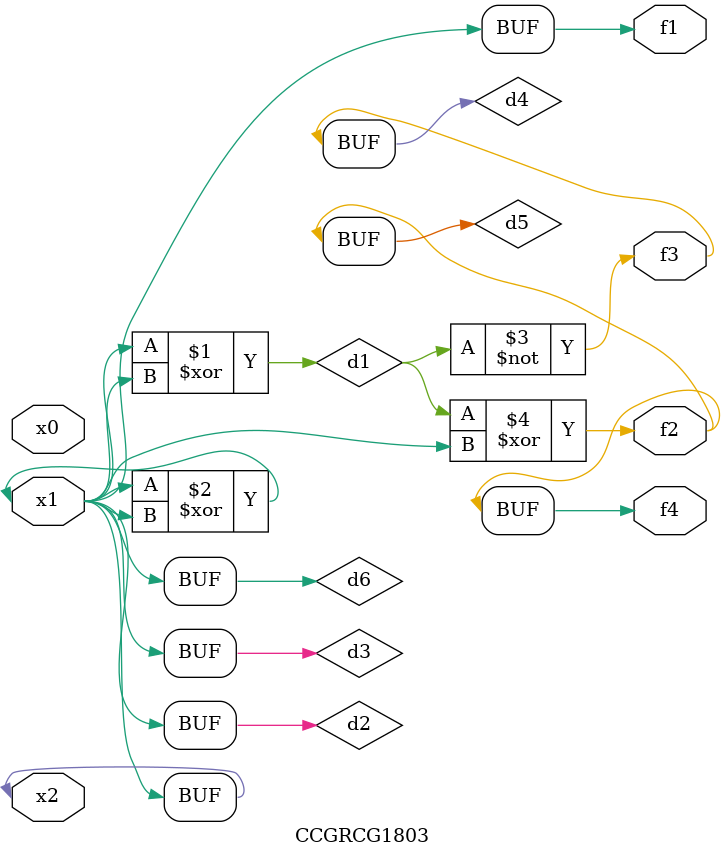
<source format=v>
module CCGRCG1803(
	input x0, x1, x2,
	output f1, f2, f3, f4
);

	wire d1, d2, d3, d4, d5, d6;

	xor (d1, x1, x2);
	buf (d2, x1, x2);
	xor (d3, x1, x2);
	nor (d4, d1);
	xor (d5, d1, d2);
	buf (d6, d2, d3);
	assign f1 = d6;
	assign f2 = d5;
	assign f3 = d4;
	assign f4 = d5;
endmodule

</source>
